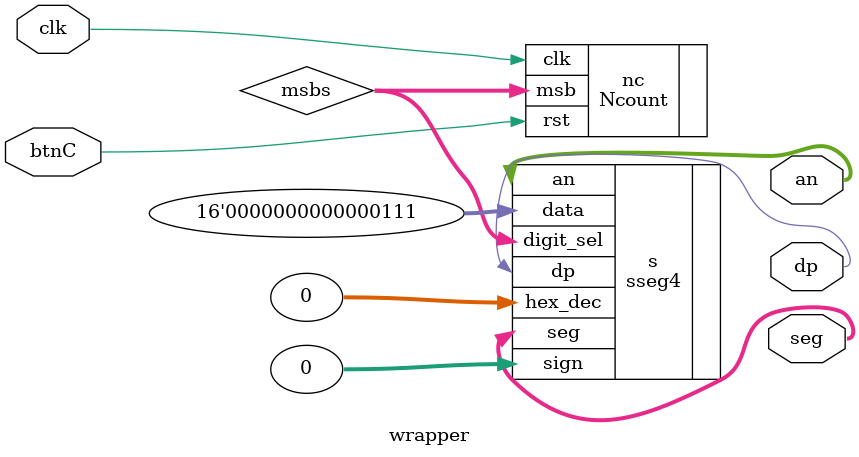
<source format=sv>
`timescale 1ns / 1ps


module wrapper(
    input clk,
    input btnC,
    output [6:0] seg,
    output dp,
    output [3:0] an
    );
    wire [1:0] msbs;
    
    Ncount #(.N(20)) nc(
    .clk(clk),
    .rst(btnC),
    .msb(msbs)
    );
    
    sseg4 s(
    .data(16'b0111),
    .hex_dec(0),
    .sign(0),
    .digit_sel(msbs),
    .seg(seg),
    .dp(dp),
    .an(an)
    );
endmodule

</source>
